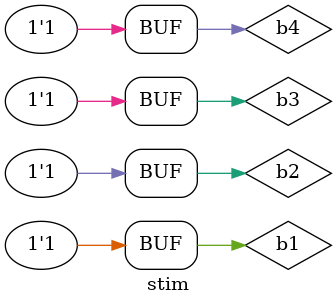
<source format=v>
module task1(b1,b2,b3,b4,g1,g2,g3,g4);
  input b1,b2,b3,b4;
  output reg g1,g2,g3,g4;
  always @(*)
  begin
    g1=b1;
    g2=b1^b2;
    g3=b2^b3;
    g4=b3^b4;
  end
endmodule

module stim();
  reg b1,b2,b3,b4;
  wire g1,g2,g3,g4;
  task1 obj(b1,b2,b3,b4,g1,g2,g3,g4);
    initial
    begin
      b1=0;b2=0;b3=0;b4=0;
      #10
      b1=1;b2=1;b3=1;b4=1;
    end
    initial
    $monitor("value of g1 is %d,value of g2 is %d,value of g3 is %d,alue of g4 is %d",g1,g2,g3,g4);
    
endmodule
      
      
  
  
</source>
